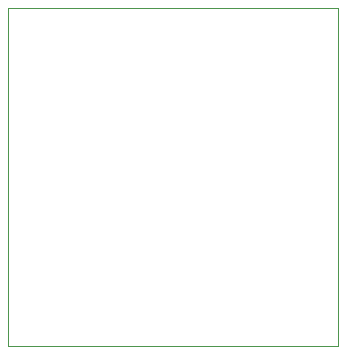
<source format=gm1>
%TF.GenerationSoftware,KiCad,Pcbnew,7.0.7*%
%TF.CreationDate,2024-10-03T15:52:36-07:00*%
%TF.ProjectId,Zoe_PCB,5a6f655f-5043-4422-9e6b-696361645f70,rev?*%
%TF.SameCoordinates,Original*%
%TF.FileFunction,Profile,NP*%
%FSLAX46Y46*%
G04 Gerber Fmt 4.6, Leading zero omitted, Abs format (unit mm)*
G04 Created by KiCad (PCBNEW 7.0.7) date 2024-10-03 15:52:36*
%MOMM*%
%LPD*%
G01*
G04 APERTURE LIST*
%TA.AperFunction,Profile*%
%ADD10C,0.001000*%
%TD*%
G04 APERTURE END LIST*
D10*
X124460000Y-81280000D02*
X152400000Y-81280000D01*
X152400000Y-109855000D01*
X124460000Y-109855000D01*
X124460000Y-81280000D01*
M02*

</source>
